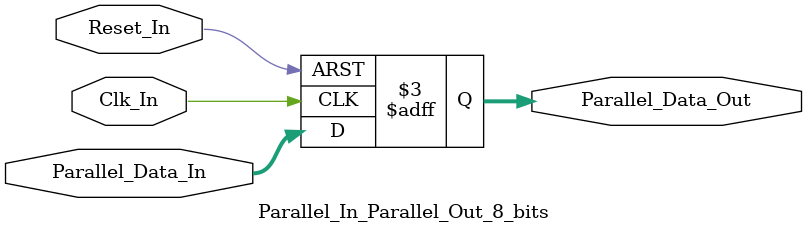
<source format=v>
/* 
Verilog Code to implement a Parallel-In-Parallel-Out (PIPO) Shift Register.

This PIPO consists of a 8-bit Shift Register.

Author - Prasad Narayan Ghatol
*/
module Parallel_In_Parallel_Out_8_bits(
    input Clk_In,                   // Apply the Clock Input to the Design
    input Reset_In,                 // Reset Signal, to reset the Design
    input [7:0] Parallel_Data_In,   // Apply the Parallel Data Input to the Design 
    output reg [7:0] Parallel_Data_Out  // Parallel Data Output of the Design
);

// Loop Counter
integer count;

// Implement the PIPO Shift Register
always @ (negedge Clk_In or posedge Reset_In)
    begin
        if (Reset_In)
            begin
                Parallel_Data_Out <= 8'b0;
            end
        else
            begin
                for (count = 7; count >= 0; count = count - 1)
                    begin
                        Parallel_Data_Out[count] <= Parallel_Data_In[count];
                    end
            end
    end

endmodule
</source>
